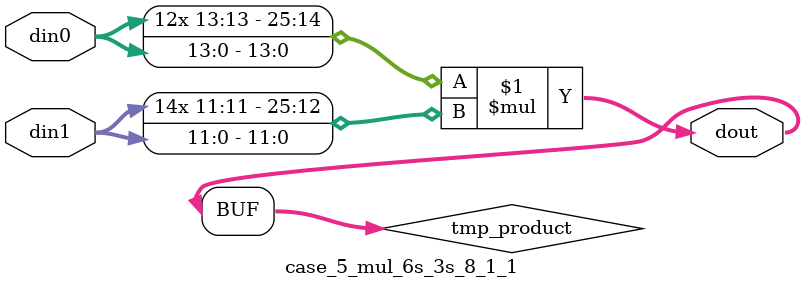
<source format=v>

`timescale 1 ns / 1 ps

 module case_5_mul_6s_3s_8_1_1(din0, din1, dout);
parameter ID = 1;
parameter NUM_STAGE = 0;
parameter din0_WIDTH = 14;
parameter din1_WIDTH = 12;
parameter dout_WIDTH = 26;

input [din0_WIDTH - 1 : 0] din0; 
input [din1_WIDTH - 1 : 0] din1; 
output [dout_WIDTH - 1 : 0] dout;

wire signed [dout_WIDTH - 1 : 0] tmp_product;



























assign tmp_product = $signed(din0) * $signed(din1);








assign dout = tmp_product;





















endmodule

</source>
